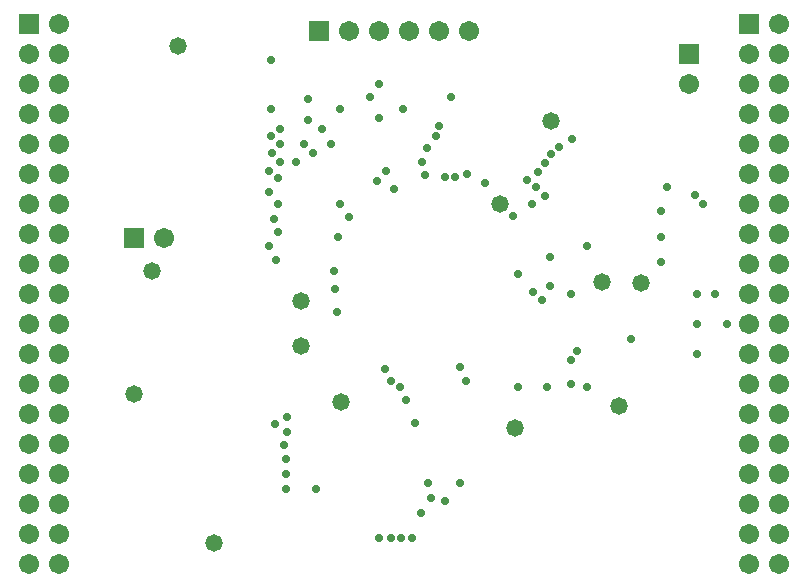
<source format=gbs>
G04*
G04 #@! TF.GenerationSoftware,Altium Limited,Altium Designer,19.1.8 (144)*
G04*
G04 Layer_Color=16711935*
%FSLAX25Y25*%
%MOIN*%
G70*
G01*
G75*
%ADD26R,0.06706X0.06706*%
%ADD27C,0.06706*%
%ADD28R,0.06706X0.06706*%
%ADD29C,0.02800*%
%ADD30C,0.05800*%
D26*
X599500Y307500D02*
D03*
X579500Y297500D02*
D03*
X359500Y307500D02*
D03*
D27*
X609500D02*
D03*
X599500Y297500D02*
D03*
X609500D02*
D03*
X599500Y287500D02*
D03*
X609500D02*
D03*
X599500Y277500D02*
D03*
X609500D02*
D03*
X599500Y267500D02*
D03*
X609500D02*
D03*
X599500Y257500D02*
D03*
X609500D02*
D03*
X599500Y247500D02*
D03*
X609500D02*
D03*
X599500Y237500D02*
D03*
X609500D02*
D03*
X599500Y227500D02*
D03*
X609500D02*
D03*
X599500Y217500D02*
D03*
X609500D02*
D03*
X599500Y207500D02*
D03*
X609500D02*
D03*
X599500Y197500D02*
D03*
X609500D02*
D03*
X599500Y187500D02*
D03*
X609500D02*
D03*
X599500Y177500D02*
D03*
X609500D02*
D03*
X599500Y167500D02*
D03*
X609500D02*
D03*
X599500Y157500D02*
D03*
X609500D02*
D03*
X599500Y147500D02*
D03*
X609500D02*
D03*
X599500Y137500D02*
D03*
X609500D02*
D03*
X599500Y127500D02*
D03*
X609500D02*
D03*
X404500Y236000D02*
D03*
X579500Y287500D02*
D03*
X369500Y307500D02*
D03*
X359500Y297500D02*
D03*
X369500D02*
D03*
X359500Y287500D02*
D03*
X369500D02*
D03*
X359500Y277500D02*
D03*
X369500D02*
D03*
X359500Y267500D02*
D03*
X369500D02*
D03*
X359500Y257500D02*
D03*
X369500D02*
D03*
X359500Y247500D02*
D03*
X369500D02*
D03*
X359500Y237500D02*
D03*
X369500D02*
D03*
X359500Y227500D02*
D03*
X369500D02*
D03*
X359500Y217500D02*
D03*
X369500D02*
D03*
X359500Y207500D02*
D03*
X369500D02*
D03*
X359500Y197500D02*
D03*
X369500D02*
D03*
X359500Y187500D02*
D03*
X369500D02*
D03*
X359500Y177500D02*
D03*
X369500D02*
D03*
X359500Y167500D02*
D03*
X369500D02*
D03*
X359500Y157500D02*
D03*
X369500D02*
D03*
X359500Y147500D02*
D03*
X369500D02*
D03*
X359500Y137500D02*
D03*
X369500D02*
D03*
X359500Y127500D02*
D03*
X369500D02*
D03*
X466000Y305000D02*
D03*
X476000D02*
D03*
X486000D02*
D03*
X496000D02*
D03*
X506000D02*
D03*
D28*
X394500Y236000D02*
D03*
X456000Y305000D02*
D03*
D29*
X483000Y186500D02*
D03*
X439500Y258500D02*
D03*
X570000Y245000D02*
D03*
Y236500D02*
D03*
Y228000D02*
D03*
X584000Y247500D02*
D03*
X444500Y167000D02*
D03*
X445500Y176500D02*
D03*
X441500Y174000D02*
D03*
X445500Y171500D02*
D03*
X445000Y162500D02*
D03*
Y157500D02*
D03*
X476000Y136000D02*
D03*
X480000Y135985D02*
D03*
X522500Y186500D02*
D03*
X492500Y154500D02*
D03*
X487000Y136000D02*
D03*
X483500D02*
D03*
X493500Y149500D02*
D03*
X490000Y144500D02*
D03*
X582000Y217500D02*
D03*
Y207500D02*
D03*
Y197500D02*
D03*
X560000Y202500D02*
D03*
X545500Y186500D02*
D03*
X542000Y198500D02*
D03*
X540000Y187500D02*
D03*
Y195500D02*
D03*
X532911Y220089D02*
D03*
X500000Y283000D02*
D03*
X476000Y287500D02*
D03*
X473000Y283000D02*
D03*
X476000Y275984D02*
D03*
X492000Y266000D02*
D03*
X495000Y270000D02*
D03*
X496000Y273500D02*
D03*
X520600Y243600D02*
D03*
X528500Y253000D02*
D03*
X572000D02*
D03*
X511500Y254500D02*
D03*
X522253Y224253D02*
D03*
X505500Y257500D02*
D03*
X501500Y256500D02*
D03*
X491258Y257258D02*
D03*
X490500Y261500D02*
D03*
X441124Y242376D02*
D03*
X442500Y238000D02*
D03*
X441814Y228686D02*
D03*
X439500Y233500D02*
D03*
X461000Y225000D02*
D03*
X440000Y295500D02*
D03*
Y279000D02*
D03*
X484000D02*
D03*
X532000Y186500D02*
D03*
X503000Y193000D02*
D03*
X505000Y188500D02*
D03*
X488000Y174500D02*
D03*
X478050Y192550D02*
D03*
X480000Y188500D02*
D03*
X452500Y282500D02*
D03*
Y275500D02*
D03*
X439500Y251500D02*
D03*
X443000Y272500D02*
D03*
X440000Y270000D02*
D03*
X443000Y267500D02*
D03*
X440500Y264500D02*
D03*
X443000Y261500D02*
D03*
X442500Y256000D02*
D03*
Y247500D02*
D03*
X462500Y236500D02*
D03*
X531500Y250000D02*
D03*
X527000Y247500D02*
D03*
X529000Y258000D02*
D03*
X525500Y255500D02*
D03*
X540500Y269000D02*
D03*
X478500Y258500D02*
D03*
X475500Y255000D02*
D03*
X536000Y266500D02*
D03*
X533500Y264000D02*
D03*
X531500Y261000D02*
D03*
X530500Y215500D02*
D03*
X445000Y152484D02*
D03*
X455016D02*
D03*
X485142Y182032D02*
D03*
X503000Y154500D02*
D03*
X581500Y250500D02*
D03*
X545500Y233500D02*
D03*
X540000Y217484D02*
D03*
X527500Y218079D02*
D03*
X533000Y229890D02*
D03*
X588000Y217500D02*
D03*
X592000Y207500D02*
D03*
X498000Y148579D02*
D03*
X497900Y256600D02*
D03*
X481173Y252500D02*
D03*
X463000Y279000D02*
D03*
X448500Y261500D02*
D03*
X451000Y267500D02*
D03*
X454000Y264500D02*
D03*
X457000Y272500D02*
D03*
X460000Y267500D02*
D03*
X466000Y243000D02*
D03*
X463000Y247500D02*
D03*
X462000Y211500D02*
D03*
X461500Y219000D02*
D03*
D30*
X521500Y172953D02*
D03*
X421000Y134500D02*
D03*
X563500Y221000D02*
D03*
X516500Y247500D02*
D03*
X556000Y180000D02*
D03*
X533500Y275000D02*
D03*
X450000Y200000D02*
D03*
X400500Y225000D02*
D03*
X450000Y215000D02*
D03*
X409000Y300000D02*
D03*
X550500Y221500D02*
D03*
X394500Y184000D02*
D03*
X463500Y181500D02*
D03*
M02*

</source>
